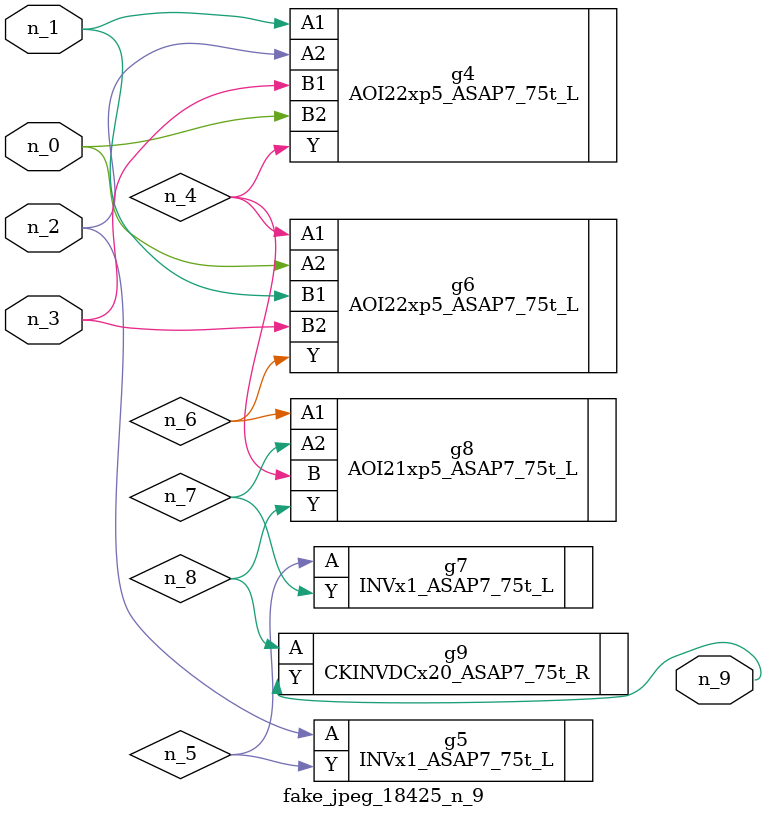
<source format=v>
module fake_jpeg_18425_n_9 (n_0, n_3, n_2, n_1, n_9);

input n_0;
input n_3;
input n_2;
input n_1;

output n_9;

wire n_4;
wire n_8;
wire n_6;
wire n_5;
wire n_7;

AOI22xp5_ASAP7_75t_L g4 ( 
.A1(n_1),
.A2(n_2),
.B1(n_3),
.B2(n_0),
.Y(n_4)
);

INVx1_ASAP7_75t_L g5 ( 
.A(n_2),
.Y(n_5)
);

AOI22xp5_ASAP7_75t_L g6 ( 
.A1(n_4),
.A2(n_0),
.B1(n_1),
.B2(n_3),
.Y(n_6)
);

AOI21xp5_ASAP7_75t_L g8 ( 
.A1(n_6),
.A2(n_7),
.B(n_4),
.Y(n_8)
);

INVx1_ASAP7_75t_L g7 ( 
.A(n_5),
.Y(n_7)
);

CKINVDCx20_ASAP7_75t_R g9 ( 
.A(n_8),
.Y(n_9)
);


endmodule
</source>
